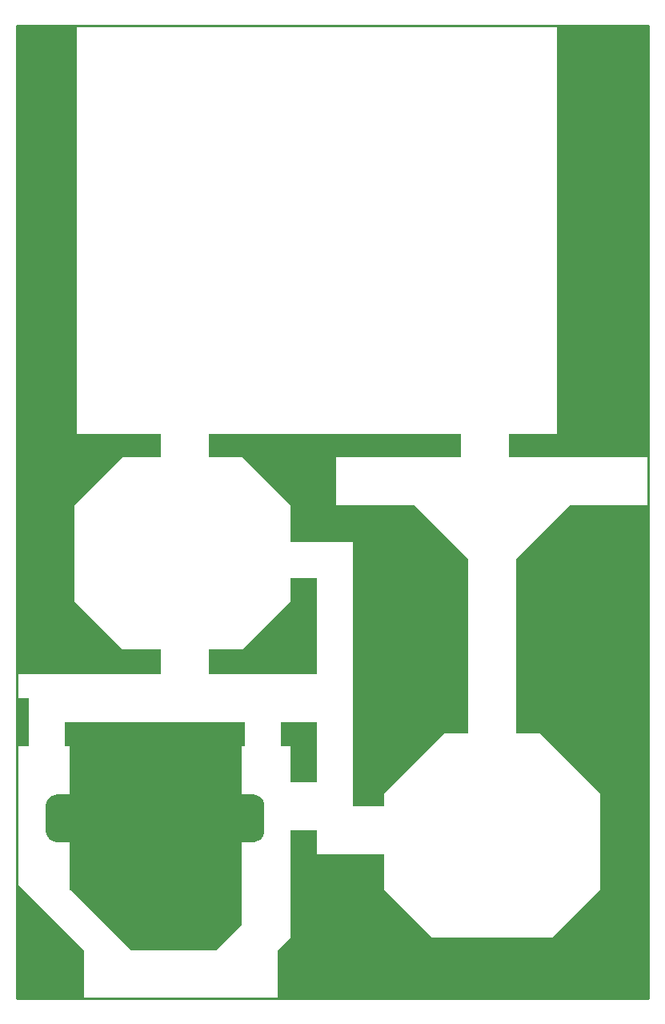
<source format=gm1>
G04*
G04 #@! TF.GenerationSoftware,Altium Limited,Altium Designer,19.1.8 (144)*
G04*
G04 Layer_Color=8388736*
%FSLAX24Y24*%
%MOIN*%
G70*
G01*
G75*
%ADD16C,0.0100*%
G36*
X18500Y20550D02*
X13300Y20550D01*
Y18550D01*
X16550Y18550D01*
X18800Y16300D01*
X18800Y9050D01*
X17800D01*
X15300Y6550D01*
Y6000D01*
X14000D01*
Y17000D01*
X11400D01*
Y18550D01*
X9400Y20550D01*
X8000Y20550D01*
Y21500D01*
X18500Y21500D01*
Y20550D01*
D02*
G37*
G36*
X26300Y38500D02*
X26300Y20550D01*
X20500Y20550D01*
X20500Y21500D01*
X22500Y21500D01*
Y38500D01*
X26300Y38500D01*
D02*
G37*
G36*
X2500Y38550D02*
X2500Y21500D01*
X6000D01*
Y20550D01*
X4400D01*
X2400Y18550D01*
X2400Y14550D01*
X4400Y12550D01*
X6000Y12550D01*
X6000Y11500D01*
X-0Y11500D01*
X-0Y38550D01*
X2500Y38550D01*
D02*
G37*
G36*
X12500Y15500D02*
X12500Y11500D01*
X8000Y11500D01*
Y12550D01*
X9400D01*
X11400Y14550D01*
X11400Y15500D01*
X12500Y15500D01*
D02*
G37*
G36*
X500Y8500D02*
X0D01*
Y10500D01*
X500D01*
Y8500D01*
D02*
G37*
G36*
X12500Y7000D02*
X11400Y7000D01*
X11400Y8500D01*
X11000Y8500D01*
X11000Y9500D01*
X12500Y9500D01*
X12500Y7000D01*
D02*
G37*
G36*
X9946Y6481D02*
X10037Y6443D01*
X10119Y6388D01*
X10188Y6319D01*
X10243Y6237D01*
X10281Y6146D01*
X10300Y6049D01*
Y6000D01*
Y5000D01*
Y4951D01*
X10281Y4854D01*
X10243Y4763D01*
X10188Y4681D01*
X10119Y4612D01*
X10037Y4557D01*
X9946Y4519D01*
X9849Y4500D01*
X9350D01*
Y6500D01*
X9849D01*
X9946Y6481D01*
D02*
G37*
G36*
X26300Y18550D02*
X26300Y-2000D01*
X12500Y-2000D01*
Y-2000D01*
X10850Y-2000D01*
X10850Y0D01*
X11400Y550D01*
X11400Y5000D01*
X12500Y5000D01*
X12500Y3250D01*
X12500Y4000D01*
X15300Y4000D01*
X15300Y2550D01*
X17300Y550D01*
X22300Y550D01*
X24300Y2550D01*
Y6550D01*
X21800Y9050D01*
X20800D01*
Y16300D01*
X23050Y18550D01*
X26300Y18550D01*
D02*
G37*
G36*
X9500Y8500D02*
X9350D01*
X9350Y1050D01*
X8300Y-0D01*
X4750Y0D01*
X2200Y2550D01*
Y4500D01*
X1651D01*
X1554Y4519D01*
X1463Y4557D01*
X1381Y4612D01*
X1312Y4681D01*
X1257Y4763D01*
X1219Y4854D01*
X1200Y4951D01*
Y5000D01*
Y6000D01*
Y6049D01*
X1219Y6146D01*
X1257Y6237D01*
X1312Y6319D01*
X1381Y6388D01*
X1463Y6443D01*
X1554Y6481D01*
X1651Y6500D01*
X2200D01*
Y8500D01*
X2000Y8500D01*
Y9500D01*
X9500D01*
Y8500D01*
D02*
G37*
G36*
X2800Y0D02*
Y-2000D01*
X0D01*
Y2800D01*
X2800Y0D01*
D02*
G37*
D16*
X0Y38500D02*
X26300D01*
X0Y-2000D02*
X26300D01*
X26300Y38500D02*
X26300Y-2000D01*
X0D02*
Y38500D01*
M02*

</source>
